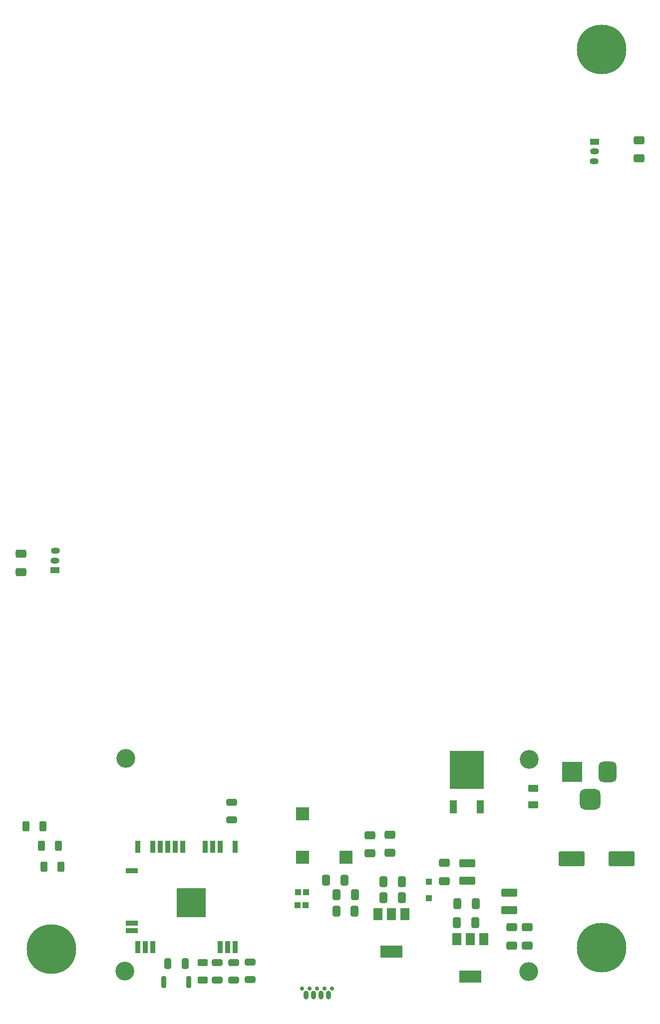
<source format=gbr>
%TF.GenerationSoftware,KiCad,Pcbnew,(6.0.0)*%
%TF.CreationDate,2022-06-08T16:09:46+02:00*%
%TF.ProjectId,HotPlate,486f7450-6c61-4746-952e-6b696361645f,1.0*%
%TF.SameCoordinates,Original*%
%TF.FileFunction,Soldermask,Bot*%
%TF.FilePolarity,Negative*%
%FSLAX46Y46*%
G04 Gerber Fmt 4.6, Leading zero omitted, Abs format (unit mm)*
G04 Created by KiCad (PCBNEW (6.0.0)) date 2022-06-08 16:09:46*
%MOMM*%
%LPD*%
G01*
G04 APERTURE LIST*
G04 Aperture macros list*
%AMRoundRect*
0 Rectangle with rounded corners*
0 $1 Rounding radius*
0 $2 $3 $4 $5 $6 $7 $8 $9 X,Y pos of 4 corners*
0 Add a 4 corners polygon primitive as box body*
4,1,4,$2,$3,$4,$5,$6,$7,$8,$9,$2,$3,0*
0 Add four circle primitives for the rounded corners*
1,1,$1+$1,$2,$3*
1,1,$1+$1,$4,$5*
1,1,$1+$1,$6,$7*
1,1,$1+$1,$8,$9*
0 Add four rect primitives between the rounded corners*
20,1,$1+$1,$2,$3,$4,$5,0*
20,1,$1+$1,$4,$5,$6,$7,0*
20,1,$1+$1,$6,$7,$8,$9,0*
20,1,$1+$1,$8,$9,$2,$3,0*%
G04 Aperture macros list end*
%ADD10R,1.524000X1.016000*%
%ADD11O,1.524000X1.016000*%
%ADD12C,8.400000*%
%ADD13C,3.200000*%
%ADD14RoundRect,0.250000X0.312500X0.625000X-0.312500X0.625000X-0.312500X-0.625000X0.312500X-0.625000X0*%
%ADD15R,3.500000X3.500000*%
%ADD16RoundRect,0.750000X0.750000X1.000000X-0.750000X1.000000X-0.750000X-1.000000X0.750000X-1.000000X0*%
%ADD17RoundRect,0.875000X0.875000X0.875000X-0.875000X0.875000X-0.875000X-0.875000X0.875000X-0.875000X0*%
%ADD18RoundRect,0.250000X-0.412500X-0.650000X0.412500X-0.650000X0.412500X0.650000X-0.412500X0.650000X0*%
%ADD19RoundRect,0.250000X0.325000X0.650000X-0.325000X0.650000X-0.325000X-0.650000X0.325000X-0.650000X0*%
%ADD20R,1.200000X2.200000*%
%ADD21R,5.800000X6.400000*%
%ADD22RoundRect,0.250000X0.412500X0.650000X-0.412500X0.650000X-0.412500X-0.650000X0.412500X-0.650000X0*%
%ADD23C,0.700000*%
%ADD24O,0.800000X1.500000*%
%ADD25RoundRect,0.200000X-0.200000X-0.800000X0.200000X-0.800000X0.200000X0.800000X-0.200000X0.800000X0*%
%ADD26RoundRect,0.250001X-1.074999X0.462499X-1.074999X-0.462499X1.074999X-0.462499X1.074999X0.462499X0*%
%ADD27RoundRect,0.250000X0.650000X-0.325000X0.650000X0.325000X-0.650000X0.325000X-0.650000X-0.325000X0*%
%ADD28R,1.500000X2.000000*%
%ADD29R,3.800000X2.000000*%
%ADD30RoundRect,0.250000X0.650000X-0.412500X0.650000X0.412500X-0.650000X0.412500X-0.650000X-0.412500X0*%
%ADD31RoundRect,0.250000X-0.650000X0.325000X-0.650000X-0.325000X0.650000X-0.325000X0.650000X0.325000X0*%
%ADD32R,1.100000X1.100000*%
%ADD33R,0.900000X2.000000*%
%ADD34R,2.000000X0.900000*%
%ADD35R,5.000000X5.000000*%
%ADD36RoundRect,0.250000X-0.650000X0.412500X-0.650000X-0.412500X0.650000X-0.412500X0.650000X0.412500X0*%
%ADD37RoundRect,0.250000X-1.950000X-1.000000X1.950000X-1.000000X1.950000X1.000000X-1.950000X1.000000X0*%
%ADD38R,1.000000X1.000000*%
%ADD39RoundRect,0.250000X0.625000X-0.375000X0.625000X0.375000X-0.625000X0.375000X-0.625000X-0.375000X0*%
%ADD40RoundRect,0.250000X0.625000X-0.312500X0.625000X0.312500X-0.625000X0.312500X-0.625000X-0.312500X0*%
%ADD41R,2.195000X2.195000*%
G04 APERTURE END LIST*
D10*
%TO.C,LMT1*%
X10605000Y-98060000D03*
D11*
X10575000Y-96450000D03*
X10635000Y-94730000D03*
%TD*%
D12*
%TO.C,H8*%
X103284648Y-162120000D03*
%TD*%
D13*
%TO.C,H1*%
X22464648Y-166030000D03*
%TD*%
D10*
%TO.C,LMT2*%
X102079125Y-25400000D03*
D11*
X102109125Y-27010000D03*
X102049125Y-28730000D03*
%TD*%
D12*
%TO.C,H5*%
X10014648Y-162340000D03*
%TD*%
%TO.C,H6*%
X103260000Y-9740000D03*
%TD*%
D13*
%TO.C,H3*%
X22574648Y-130010000D03*
%TD*%
%TO.C,H4*%
X90984648Y-130140000D03*
%TD*%
%TO.C,H2*%
X90954648Y-166150000D03*
%TD*%
D14*
%TO.C,LEDR1*%
X8575000Y-141470000D03*
X5650000Y-141470000D03*
%TD*%
D15*
%TO.C,J1*%
X98320000Y-132252500D03*
D16*
X104320000Y-132252500D03*
D17*
X101320000Y-136952500D03*
%TD*%
D18*
%TO.C,LC1*%
X66337148Y-153642500D03*
X69462148Y-153642500D03*
%TD*%
D19*
%TO.C,ESP_RST_C1*%
X32659648Y-164780000D03*
X29709648Y-164780000D03*
%TD*%
D20*
%TO.C,UMW30N6*%
X82710000Y-138220000D03*
D21*
X80430000Y-131920000D03*
D20*
X78150000Y-138220000D03*
%TD*%
D18*
%TO.C,LC3*%
X66307148Y-150892500D03*
X69432148Y-150892500D03*
%TD*%
D22*
%TO.C,LC2*%
X61422500Y-155860000D03*
X58297500Y-155860000D03*
%TD*%
D23*
%TO.C,J2*%
X55070000Y-168994500D03*
X52530000Y-168994500D03*
X56340000Y-168994500D03*
X57610000Y-168994500D03*
X53800000Y-168994500D03*
D24*
X53165000Y-170149500D03*
X54435000Y-170149500D03*
X55705000Y-170149500D03*
X56975000Y-170149500D03*
%TD*%
D25*
%TO.C,RST1*%
X29054648Y-167930000D03*
X33254648Y-167930000D03*
%TD*%
D26*
%TO.C,SMAJ18A1*%
X80500000Y-147785000D03*
X80500000Y-150760000D03*
%TD*%
%TO.C,D1*%
X87660000Y-152732500D03*
X87660000Y-155707500D03*
%TD*%
D27*
%TO.C,ESP_EN_C1*%
X38064648Y-167585000D03*
X38064648Y-164635000D03*
%TD*%
D28*
%TO.C,ZLDO1117-3.3*%
X65330000Y-156440000D03*
X67630000Y-156440000D03*
D29*
X67630000Y-162740000D03*
D28*
X69930000Y-156440000D03*
%TD*%
D30*
%TO.C,PR1*%
X67405000Y-146035000D03*
X67405000Y-142910000D03*
%TD*%
%TO.C,TC1*%
X4840000Y-98402500D03*
X4840000Y-95277500D03*
%TD*%
D31*
%TO.C,ESPC2*%
X40874648Y-164635000D03*
X40874648Y-167585000D03*
%TD*%
D14*
%TO.C,LEDR3*%
X11615000Y-148400000D03*
X8690000Y-148400000D03*
%TD*%
D31*
%TO.C,ESPC1*%
X43694648Y-164565000D03*
X43694648Y-167515000D03*
%TD*%
D32*
%TO.C,PD50*%
X73990000Y-153710000D03*
X73990000Y-150910000D03*
%TD*%
D28*
%TO.C,ZLDO1117-5.0*%
X78725352Y-160680000D03*
X81025352Y-160680000D03*
D29*
X81025352Y-166980000D03*
D28*
X83325352Y-160680000D03*
%TD*%
D33*
%TO.C,ESP32-WROOM32*%
X41175000Y-161970000D03*
X39905000Y-161970000D03*
X38635000Y-161970000D03*
X27205000Y-161970000D03*
X25935000Y-161970000D03*
X24665000Y-161970000D03*
D34*
X23665000Y-159185000D03*
X23665000Y-157915000D03*
X23665000Y-149025000D03*
D33*
X24665000Y-144970000D03*
X27205000Y-144970000D03*
X28475000Y-144970000D03*
X29745000Y-144970000D03*
X31015000Y-144970000D03*
X32285000Y-144970000D03*
X36095000Y-144970000D03*
X37365000Y-144970000D03*
X38635000Y-144970000D03*
X41175000Y-144970000D03*
D35*
X33675000Y-154470000D03*
%TD*%
D18*
%TO.C,LC7*%
X78797500Y-154610000D03*
X81922500Y-154610000D03*
%TD*%
%TO.C,LC5*%
X78782852Y-157830000D03*
X81907852Y-157830000D03*
%TD*%
D30*
%TO.C,PC2*%
X76624648Y-150852500D03*
X76624648Y-147727500D03*
%TD*%
D14*
%TO.C,LEDR2*%
X11205000Y-144780000D03*
X8280000Y-144780000D03*
%TD*%
D30*
%TO.C,PR2*%
X63995000Y-146115000D03*
X63995000Y-142990000D03*
%TD*%
D36*
%TO.C,TC2*%
X109670000Y-25137500D03*
X109670000Y-28262500D03*
%TD*%
D22*
%TO.C,LC4*%
X61492500Y-153120000D03*
X58367500Y-153120000D03*
%TD*%
D37*
%TO.C,PC1*%
X98247500Y-146970000D03*
X106647500Y-146970000D03*
%TD*%
D18*
%TO.C,HR1*%
X56587500Y-150650000D03*
X59712500Y-150650000D03*
%TD*%
D38*
%TO.C,CTX1*%
X53204648Y-152650000D03*
%TD*%
%TO.C,CRX2*%
X51804648Y-152660000D03*
%TD*%
%TO.C,CRX1*%
X53129648Y-154920000D03*
%TD*%
D36*
%TO.C,LC6*%
X88030000Y-158617500D03*
X88030000Y-161742500D03*
%TD*%
D39*
%TO.C,5A1*%
X91710000Y-137870000D03*
X91710000Y-135070000D03*
%TD*%
D40*
%TO.C,ENR1*%
X35614648Y-167572500D03*
X35614648Y-164647500D03*
%TD*%
D41*
%TO.C,BUZZER1*%
X59974648Y-146750000D03*
X52574648Y-146750000D03*
X52574648Y-139350000D03*
%TD*%
D38*
%TO.C,CTX2*%
X51739648Y-154920000D03*
%TD*%
D31*
%TO.C,ESPC4*%
X40534648Y-137445000D03*
X40534648Y-140395000D03*
%TD*%
D36*
%TO.C,LC8*%
X90680000Y-158597500D03*
X90680000Y-161722500D03*
%TD*%
M02*

</source>
